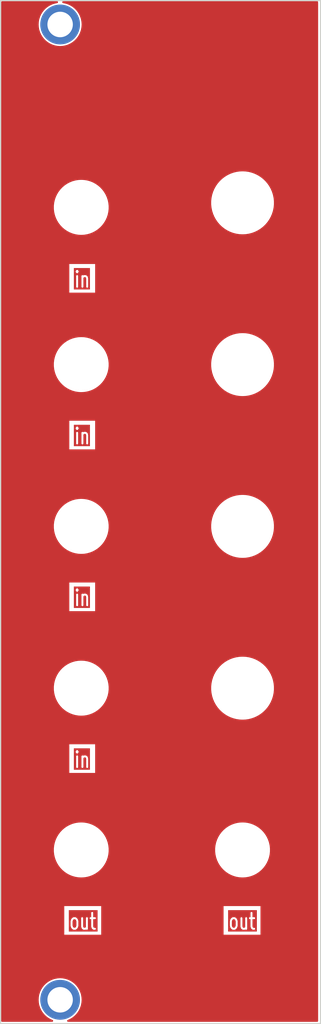
<source format=kicad_pcb>
(kicad_pcb (version 20221018) (generator pcbnew)
  (title_block (title "cp3") (date "1") (comment 1 "PCB for panel") (comment 2 "Moog like discrete mixer") (comment 4 "License CC BY 4.0 - Attribution 4.0 International"))
  (layers (0 "F.Cu" signal) (31 "B.Cu" signal) (34 "B.Paste" user) (35 "F.Paste" user) (36 "B.SilkS" user "B.Silkscreen") (37 "F.SilkS" user "F.Silkscreen") (38 "B.Mask" user) (39 "F.Mask" user) (44 "Edge.Cuts" user))
  (net 0 "")
  (footprint "elektrophon:MountingHole_Panel_3.2mm_M3" (layer "F.Cu") (at 58.3 53.8)
    (fp_text reference "H1" hide)
    (fp_text value "~" hide)
    (pad "1" thru_hole circle (at 0 0) (size 3.6 3.6) (drill 3.2) (layers "*.Cu" "*.Mask"))
    (pad "1" connect circle (at 0 0) (size 5 5) (layers "F.Cu" "F.Mask"))
    (pad "1" connect circle (at 0 0) (size 5 5) (layers "B.Cu" "B.Mask"))
  )
  (footprint "elektrophon:MountingHole_Panel_3.2mm_M3" (layer "F.Cu") (at 58.3 176.3)
    (fp_text reference "H2" hide)
    (fp_text value "~" hide)
    (pad "1" thru_hole circle (at 0 0) (size 3.6 3.6) (drill 3.2) (layers "*.Cu" "*.Mask"))
    (pad "1" connect circle (at 0 0) (size 5 5) (layers "F.Cu" "F.Mask"))
    (pad "1" connect circle (at 0 0) (size 5 5) (layers "B.Cu" "B.Mask"))
  )
  (footprint "elektrophon:panel_jack" (layer "F.Cu") (at 60.96 137.16)
    (fp_text reference "H6" hide)
    (fp_text value "IN4" hide)
    (pad "" np_thru_hole circle (at 0 0) (size 6.4 6.4) (drill 6.4) (layers "*.Cu" "*.Mask"))
  )
  (footprint "elektrophon:panel_potentiometer" (layer "F.Cu") (at 81.28 76.2)
    (fp_text reference "H9" hide)
    (fp_text value "ATTEN_1" hide)
    (pad "" np_thru_hole circle (at 0 0) (size 7.4 7.4) (drill 7.4) (layers "*.Cu" "*.Mask"))
  )
  (footprint "elektrophon:panel_jack" (layer "F.Cu") (at 60.96 157.48)
    (fp_text reference "H7" hide)
    (fp_text value "OUT_a" hide)
    (pad "" np_thru_hole circle (at 0 0) (size 6.4 6.4) (drill 6.4) (layers "*.Cu" "*.Mask"))
  )
  (footprint "elektrophon:panel_potentiometer" (layer "F.Cu") (at 81.28 137.16)
    (fp_text reference "H12" hide)
    (fp_text value "ATTEN_4" hide)
    (pad "" np_thru_hole circle (at 0 0) (size 7.4 7.4) (drill 7.4) (layers "*.Cu" "*.Mask"))
  )
  (footprint "elektrophon:panel_potentiometer" (layer "F.Cu") (at 81.28 116.84)
    (fp_text reference "H11" hide)
    (fp_text value "ATTEN_3" hide)
    (pad "" np_thru_hole circle (at 0 0) (size 7.4 7.4) (drill 7.4) (layers "*.Cu" "*.Mask"))
  )
  (footprint "elektrophon:panel_potentiometer" (layer "F.Cu") (at 81.28 96.52)
    (fp_text reference "H10" hide)
    (fp_text value "ATTEN_2" hide)
    (pad "" np_thru_hole circle (at 0 0) (size 7.4 7.4) (drill 7.4) (layers "*.Cu" "*.Mask"))
  )
  (footprint "elektrophon:panel_jack" (layer "F.Cu") (at 81.28 157.48)
    (fp_text reference "H8" hide)
    (fp_text value "OUT_b" hide)
    (pad "" np_thru_hole circle (at 0 0) (size 6.4 6.4) (drill 6.4) (layers "*.Cu" "*.Mask"))
  )
  (footprint "elektrophon:panel_jack" (layer "F.Cu") (at 60.96 76.77)
    (fp_text reference "H3" hide)
    (fp_text value "IN1" hide)
    (pad "" np_thru_hole circle (at 0 0) (size 6.4 6.4) (drill 6.4) (layers "*.Cu" "*.Mask"))
  )
  (footprint "elektrophon:panel_jack" (layer "F.Cu") (at 60.96 96.52)
    (fp_text reference "H4" hide)
    (fp_text value "IN2" hide)
    (pad "" np_thru_hole circle (at 0 0) (size 6.4 6.4) (drill 6.4) (layers "*.Cu" "*.Mask"))
  )
  (footprint "elektrophon:panel_jack" (layer "F.Cu") (at 60.96 116.84)
    (fp_text reference "H5" hide)
    (fp_text value "IN3" hide)
    (pad "" np_thru_hole circle (at 0 0) (size 6.4 6.4) (drill 6.4) (layers "*.Cu" "*.Mask"))
  )
  (gr_line (start 50.8 50.8) (end 50.8 179.3) (stroke (width 0.15)) (layer "Edge.Cuts"))
  (gr_line (start 91.1 179.3) (end 50.8 179.3) (stroke (width 0.15)) (layer "Edge.Cuts"))
  (gr_line (start 50.8 50.8) (end 91.1 50.8) (stroke (width 0.15)) (layer "Edge.Cuts"))
  (gr_line (start 91.1 50.8) (end 91.1 179.3) (stroke (width 0.15)) (layer "Edge.Cuts"))
  (gr_text "in" (at 59.944 127) (layer "F.Cu" knockout) (effects (font (size 2 1.4) (thickness 0.25) bold) (justify left bottom)))
  (gr_text "in" (at 59.944 147.32) (layer "F.Cu" knockout) (effects (font (size 2 1.4) (thickness 0.25) bold) (justify left bottom)))
  (gr_text "out" (at 79.375 167.64) (layer "F.Cu" knockout) (effects (font (size 2 1.4) (thickness 0.25) bold) (justify left bottom)))
  (gr_text "in" (at 59.944 106.68) (layer "F.Cu" knockout) (effects (font (size 2 1.4) (thickness 0.25) bold) (justify left bottom)))
  (gr_text "in" (at 59.944 86.995) (layer "F.Cu" knockout) (effects (font (size 2 1.4) (thickness 0.25) bold) (justify left bottom)))
  (gr_text "out" (at 59.309 167.64) (layer "F.Cu" knockout) (effects (font (size 2 1.4) (thickness 0.25) bold) (justify left bottom)))
  (zone (net 0) (net_name "") (layer "F.Cu") (connect_pads (clearance 0)) (min_thickness 0.25) (fill yes (thermal_gap 0.5) (thermal_bridge_width 0.5) (island_removal_mode 1) (island_area_min 10))
    (polygon (pts (xy 50.8 50.8) (xy 90.805 50.8) (xy 90.805 179.07) (xy 50.8 179.07)))
  )
)
</source>
